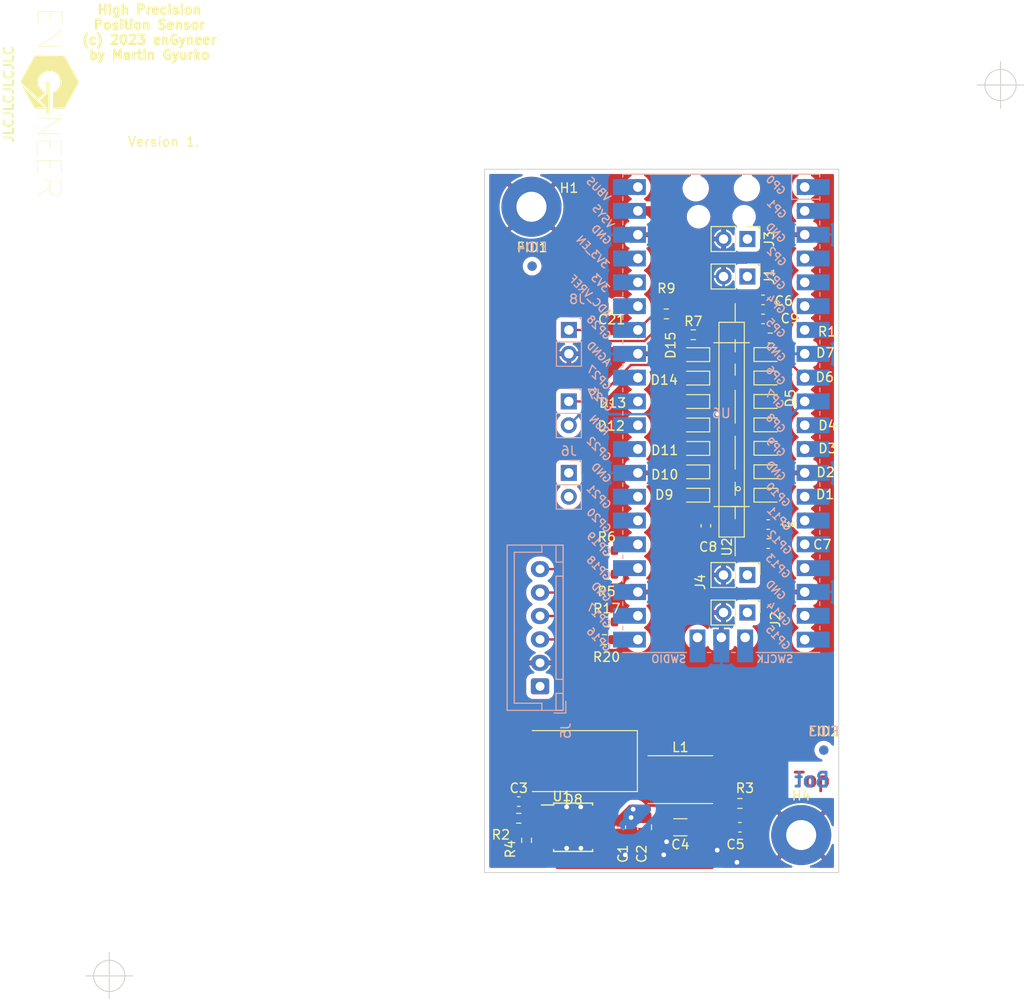
<source format=kicad_pcb>
(kicad_pcb (version 20211014) (generator pcbnew)
  (title_block (title "High Precision Position Sensor") (date "2023-02-25") (rev "1") (company "enGyneer") (comment 2 "www.gyurma.de") (comment 3 "www.enGyneer.de"))
  (layers (0 "F.Cu" signal) (31 "B.Cu" signal) (34 "B.Paste" user) (35 "F.Paste" user) (36 "B.SilkS" user "B.Silkscreen") (37 "F.SilkS" user "F.Silkscreen") (38 "B.Mask" user) (39 "F.Mask" user) (44 "Edge.Cuts" user))
  (net 0 "")
  (net 1 "+24V")
  (net 2 "GND")
  (net 3 "+3.3V")
  (net 4 "Net-(C8-Pad1)")
  (net 5 "Net-(C21-Pad1)")
  (net 6 "Net-(D1-Pad1)")
  (net 7 "Net-(D2-Pad1)")
  (net 8 "Net-(D3-Pad1)")
  (net 9 "Net-(D4-Pad1)")
  (net 10 "Net-(D5-Pad1)")
  (net 11 "Net-(D6-Pad1)")
  (net 12 "Net-(D7-Pad1)")
  (net 13 "PGood")
  (net 14 "/CLk")
  (net 15 "/ST")
  (net 16 "/Video")
  (net 19 "/EOS")
  (net 22 "/Trig")
  (net 41 "Net-(D10-Pad2)")
  (net 42 "Net-(D10-Pad1)")
  (net 43 "Net-(D11-Pad1)")
  (net 44 "Net-(D12-Pad1)")
  (net 45 "Net-(D13-Pad1)")
  (net 46 "Net-(D14-Pad1)")
  (net 47 "Net-(D15-Pad1)")
  (net 48 "SCkl")
  (net 49 "SCS")
  (net 50 "Mosi")
  (net 55 "Miso")
  (net 56 "/Boot")
  (net 57 "/Switch")
  (net 58 "/FB")
  (net 59 "/Video1")
  (net 64 "Net-(J5-Pad3)")
  (net 65 "Net-(J5-Pad4)")
  (net 66 "Net-(J5-Pad5)")
  (net 67 "Net-(J5-Pad6)")
  (footprint "Resistor_SMD:R_0603_1608Metric" (layer "F.Cu") (at 88.646 123.19)
    (fp_text reference "R2")
    (fp_text value "47k")
  )
  (footprint "Resistor_SMD:R_0603_1608Metric" (layer "F.Cu") (at 112.22 121.610864 180)
    (fp_text reference "R3")
    (fp_text value "4.7k")
  )
  (footprint "LED_SMD:LED_0603_1608Metric_Pad1.05x0.95mm_HandSolder" (layer "F.Cu") (at 115.3782 86.24)
    (fp_text reference "D2")
    (fp_text value "LED")
  )
  (footprint "MountingHole:MountingHole_3.2mm_M3_Pad" (layer "F.Cu") (at 118.75 124.980864)
    (fp_text reference "H4")
    (fp_text value "MountingHole_Pad")
  )
  (footprint "Resistor_SMD:R_0603_1608Metric" (layer "F.Cu") (at 89.48 125.545864 -90)
    (fp_text reference "R4")
    (fp_text value "2.7k")
  )
  (footprint "LED_SMD:LED_0603_1608Metric_Pad1.05x0.95mm_HandSolder" (layer "F.Cu") (at 115.3782 81.24)
    (fp_text reference "D4")
    (fp_text value "LED")
  )
  (footprint "Resistor_SMD:R_0603_1608Metric" (layer "F.Cu") (at 104.3792 69.405 180)
    (fp_text reference "R9")
    (fp_text value "100")
  )
  (footprint "LED_SMD:LED_0603_1608Metric_Pad1.05x0.95mm_HandSolder" (layer "F.Cu") (at 107.3352 73.752 180)
    (fp_text reference "D15")
    (fp_text value "LED")
  )
  (footprint "Connector_PinHeader_2.54mm:PinHeader_1x02_P2.54mm_Vertical" (layer "F.Cu") (at 113.0102 97.252 -90)
    (fp_text reference "J4")
    (fp_text value "Conn_01x02_Male")
  )
  (footprint "Capacitor_SMD:C_0603_1608Metric" (layer "F.Cu") (at 98.552 68.58 180)
    (fp_text reference "C21")
    (fp_text value "100n")
  )
  (footprint "Logos:enGyneer-Logo" (layer "F.Cu") (at 38.608 46.99 -90)
    (fp_text reference "G1" hide)
    (fp_text value "LOGO" hide)
  )
  (footprint "Capacitor_SMD:C_0603_1608Metric" (layer "F.Cu") (at 114.6882 67.91)
    (fp_text reference "C6")
    (fp_text value "22u")
  )
  (footprint "Capacitor_SMD:C_0805_2012Metric_Pad1.18x1.45mm_HandSolder" (layer "F.Cu") (at 102.06 124.150864 -90)
    (fp_text reference "C2")
    (fp_text value "10u")
  )
  (footprint "Fiducial:Fiducial_1mm_Mask2mm" (layer "F.Cu") (at 121.158 115.9256)
    (fp_text reference "FID2")
    (fp_text value "Fiducial")
  )
  (footprint "Connector_PinHeader_2.54mm:PinHeader_1x02_P2.54mm_Vertical" (layer "F.Cu") (at 113.0152 61.422 -90)
    (fp_text reference "J3")
    (fp_text value "Conn_01x02_Male")
  )
  (footprint "LED_SMD:LED_0603_1608Metric_Pad1.05x0.95mm_HandSolder" (layer "F.Cu") (at 115.3782 76.24)
    (fp_text reference "D6")
    (fp_text value "LED")
  )
  (footprint "Resistor_SMD:R_0603_1608Metric" (layer "F.Cu") (at 98.0292 94.632)
    (fp_text reference "R6")
    (fp_text value "82")
  )
  (footprint "Resistor_SMD:R_0603_1608Metric" (layer "F.Cu") (at 97.79 104.14)
    (fp_text reference "R20")
    (fp_text value "82")
  )
  (footprint "Capacitor_SMD:C_0603_1608Metric" (layer "F.Cu") (at 108.5852 92.002 -90)
    (fp_text reference "C8")
    (fp_text value "1u")
  )
  (footprint "LED_SMD:LED_0603_1608Metric_Pad1.05x0.95mm_HandSolder" (layer "F.Cu") (at 107.3352 83.752 180)
    (fp_text reference "D11")
    (fp_text value "LED")
  )
  (footprint "LED_SMD:LED_0603_1608Metric_Pad1.05x0.95mm_HandSolder" (layer "F.Cu") (at 115.3782 73.74)
    (fp_text reference "D7")
    (fp_text value "LED")
  )
  (footprint "MountingHole:MountingHole_3.2mm_M3_Pad" (layer "F.Cu") (at 90 57.980864)
    (fp_text reference "H1")
    (fp_text value "MountingHole_Pad")
  )
  (footprint "LED_SMD:LED_0603_1608Metric_Pad1.05x0.95mm_HandSolder" (layer "F.Cu") (at 107.3352 76.252 180)
    (fp_text reference "D14")
    (fp_text value "LED")
  )
  (footprint "LED_SMD:LED_0603_1608Metric_Pad1.05x0.95mm_HandSolder" (layer "F.Cu") (at 107.3352 81.252 180)
    (fp_text reference "D12")
    (fp_text value "LED")
  )
  (footprint "Capacitor_SMD:C_0603_1608Metric" (layer "F.Cu") (at 115.2372 91.868)
    (fp_text reference "C10")
    (fp_text value "100n")
  )
  (footprint "Resistor_SMD:R_0603_1608Metric" (layer "F.Cu") (at 98.0292 97.172)
    (fp_text reference "R5")
    (fp_text value "82")
  )
  (footprint "Capacitor_SMD:C_0603_1608Metric" (layer "F.Cu") (at 99.52 124.150864 -90)
    (fp_text reference "C1")
    (fp_text value "100n")
  )
  (footprint "Capacitor_SMD:C_0603_1608Metric" (layer "F.Cu") (at 115.2372 93.9)
    (fp_text reference "C7")
    (fp_text value "22u")
  )
  (footprint "Package_SO:TI_SO-PowerPAD-8" (layer "F.Cu") (at 94.44 124.150864)
    (fp_text reference "U1")
    (fp_text value "ST1S14PHR")
  )
  (footprint "Capacitor_SMD:C_0603_1608Metric" (layer "F.Cu") (at 88.646 121.412)
    (fp_text reference "C3")
    (fp_text value "100n")
  )
  (footprint "Capacitor_SMD:C_0603_1608Metric" (layer "F.Cu") (at 112.22 124.150864)
    (fp_text reference "C5")
    (fp_text value "150p")
  )
  (footprint "Capacitor_SMD:C_1206_3216Metric_Pad1.33x1.80mm_HandSolder" (layer "F.Cu") (at 105.87 124.150864 180)
    (fp_text reference "C4")
    (fp_text value "100u")
  )
  (footprint "Capacitor_SMD:C_0603_1608Metric" (layer "F.Cu") (at 114.6882 69.942)
    (fp_text reference "C9")
    (fp_text value "100n")
  )
  (footprint "SensorLibrary:s12443" (layer "F.Cu") (at 111.3352 81.752 90)
    (fp_text reference "U2")
    (fp_text value "S12443")
  )
  (footprint "LED_SMD:LED_0603_1608Metric_Pad1.05x0.95mm_HandSolder" (layer "F.Cu") (at 107.3352 78.752 180)
    (fp_text reference "D13")
    (fp_text value "LED")
  )
  (footprint "Inductor_SMD:L_Taiyo-Yuden_NR-50xx_HandSoldering" (layer "F.Cu") (at 105.87 119.070864)
    (fp_text reference "L1")
    (fp_text value "10u")
  )
  (footprint "Resistor_SMD:R_0603_1608Metric" (layer "F.Cu") (at 98.0292 102.252)
    (fp_text reference "R17")
    (fp_text value "82")
  )
  (footprint "Resistor_SMD:R_0603_1608Metric" (layer "F.Cu") (at 107.2552 71.628)
    (fp_text reference "R7")
    (fp_text value "100")
  )
  (footprint "Connector_PinHeader_2.54mm:PinHeader_1x02_P2.54mm_Vertical" (layer "F.Cu") (at 113.0152 65.422 -90)
    (fp_text reference "J1")
    (fp_text value "Conn_01x02_Male")
  )
  (footprint "LED_SMD:LED_0603_1608Metric_Pad1.05x0.95mm_HandSolder" (layer "F.Cu") (at 107.3352 88.74 180)
    (fp_text reference "D9")
    (fp_text value "LED")
  )
  (footprint "LED_SMD:LED_0603_1608Metric_Pad1.05x0.95mm_HandSolder" (layer "F.Cu") (at 115.3782 88.74)
    (fp_text reference "D1")
    (fp_text value "LED")
  )
  (footprint "Diode_SMD:D_SMC_Handsoldering" (layer "F.Cu") (at 94.488 117.094 180)
    (fp_text reference "D8")
    (fp_text value "SS36")
  )
  (footprint "Resistor_SMD:R_0603_1608Metric" (layer "F.Cu") (at 115.4632 71.974 180)
    (fp_text reference "R1")
    (fp_text value "100")
  )
  (footprint "Connector_PinHeader_2.54mm:PinHeader_1x02_P2.54mm_Vertical" (layer "F.Cu") (at 113.0102 101.252 -90)
    (fp_text reference "J2")
    (fp_text value "Conn_01x02_Male")
  )
  (footprint "LED_SMD:LED_0603_1608Metric_Pad1.05x0.95mm_HandSolder" (layer "F.Cu") (at 115.3782 83.74)
    (fp_text reference "D3")
    (fp_text value "LED")
  )
  (footprint "LED_SMD:LED_0603_1608Metric_Pad1.05x0.95mm_HandSolder" (layer "F.Cu") (at 107.3352 86.252 180)
    (fp_text reference "D10")
    (fp_text value "LED")
  )
  (footprint "Fiducial:Fiducial_1mm_Mask2mm" (layer "F.Cu") (at 90.0684 64.3128)
    (fp_text reference "FID1")
    (fp_text value "Fiducial")
  )
  (footprint "LED_SMD:LED_0603_1608Metric_Pad1.05x0.95mm_HandSolder" (layer "F.Cu") (at 115.3782 78.74)
    (fp_text reference "D5")
    (fp_text value "LED")
  )
  (footprint "Connector_JST:JST_XH_B6B-XH-A_1x06_P2.50mm_Vertical" (layer "B.Cu") (at 90.915 109.12 90)
    (fp_text reference "J5")
    (fp_text value "Conn_01x06_Male")
  )
  (footprint "Connector_PinHeader_2.54mm:PinHeader_1x02_P2.54mm_Vertical" (layer "B.Cu") (at 93.99 71.12 180)
    (fp_text reference "J8")
    (fp_text value "Conn_01x02_Male")
  )
  (footprint "Fiducial:Fiducial_1mm_Mask2mm" (layer "B.Cu") (at 90.0684 64.3128 180)
    (fp_text reference "FID4")
    (fp_text value "Fiducial")
  )
  (footprint "Fiducial:Fiducial_1mm_Mask2mm" (layer "B.Cu") (at 121.158 115.9256 180)
    (fp_text reference "FID3")
    (fp_text value "Fiducial")
  )
  (footprint "Pico:RPi_Pico_SMD_TH" (layer "B.Cu") (at 110.236 80.01 180)
    (fp_text reference "U6")
    (fp_text value "Pico")
  )
  (footprint "Connector_PinHeader_2.54mm:PinHeader_1x02_P2.54mm_Vertical" (layer "B.Cu") (at 93.98 86.36 180)
    (fp_text reference "J6")
    (fp_text value "Conn_01x02_Male")
  )
  (footprint "Connector_PinHeader_2.54mm:PinHeader_1x02_P2.54mm_Vertical" (layer "B.Cu") (at 93.98 78.74 180)
    (fp_text reference "J7")
    (fp_text value "Conn_01x02_Male")
  )
  (gr_rect (start 85 53.980864) (end 122.75 128.980864) (layer "Edge.Cuts") (width 0.1) (fill none))
  (gr_text "Top" (at 119.9 119.090864) (layer "F.Cu") (effects (font (size 1.5 1.5) (thickness 0.3))))
  (gr_text "Bot" (at 119.9 119.090864) (layer "B.Cu") (effects (font (size 1.5 1.5) (thickness 0.3)) (justify mirror)))
  (gr_text "JLCJLCJLCJLC" (at 34.29 45.974 90) (layer "F.SilkS") (effects (font (size 1 1) (thickness 0.2))))
  (gr_text "Version 1." (at 50.8 51.054) (layer "F.SilkS") (effects (font (size 1 1))))
  (gr_text "High Precision\nPosition Sensor\n(c) 2023 enGyneer\nby Martin Gyurko\n" (at 49.276 39.37) (layer "F.SilkS") (effects (font (size 1 1) (thickness 0.25))))
  (target plus (at 45 140) (size 5) (width 0.1) (layer "Edge.Cuts"))
  (target plus (at 140 45) (size 5) (width 0.1) (layer "Edge.Cuts"))
  (segment (start 112.8352 88.252) (end 110.0852 88.252) (width 1) (layer "F.Cu") (net 1))
  (segment (start 97.29 123.585864) (end 97.22 123.515864) (width 1) (layer "F.Cu") (net 1))
  (segment (start 96.605 123.515864) (end 97.22 123.515864) (width 0.2) (layer "F.Cu") (net 1))
  (segment (start 100.838 122.2248) (end 100.671064 122.2248) (width 1) (layer "F.Cu") (net 1))
  (segment (start 113.0197 89.1865) (end 113.0197 88.5675) (width 1) (layer "F.Cu") (net 1))
  (segment (start 113.3352 90.002) (end 113.0202 89.687) (width 1) (layer "F.Cu") (net 1))
  (segment (start 100.671064 122.2248) (end 99.52 123.375864) (width 1) (layer "F.Cu") (net 1))
  (segment (start 116.2532 88.74) (end 116.2532 88.840825) (width 1) (layer "F.Cu") (net 1))
  (segment (start 116.2532 88.840825) (end 115.092025 90.002) (width 1) (layer "F.Cu") (net 1))
  (segment (start 109.5852 88.752) (end 109.5852 89.502) (width 1) (layer "F.Cu") (net 1))
  (segment (start 99.7825 123.113364) (end 99.52 123.375864) (width 1) (layer "F.Cu") (net 1))
  (segment (start 113.0197 88.5675) (end 113.0852 88.502) (width 1) (layer "F.Cu") (net 1))
  (segment (start 101.171436 122.2248) (end 102.06 123.113364) (width 1) (layer "F.Cu") (net 1))
  (segment (start 113.0852 88.502) (end 112.8352 88.252) (width 1) (layer "F.Cu") (net 1))
  (segment (start 99.52 123.375864) (end 99.31 123.585864) (width 1) (layer "F.Cu") (net 1))
  (segment (start 99.31 123.585864) (end 97.29 123.585864) (width 1) (layer "F.Cu") (net 1))
  (segment (start 113.0202 89.687) (end 113.0202 89.187) (width 1) (layer "F.Cu") (net 1))
  (segment (start 102.06 123.113364) (end 100.6175 123.113364) (width 1) (layer "F.Cu") (net 1))
  (segment (start 107.3352 90.002) (end 106.4602 89.127) (width 1) (layer "F.Cu") (net 1))
  (segment (start 115.092025 90.002) (end 113.3352 90.002) (width 1) (layer "F.Cu") (net 1))
  (segment (start 95.945 125.430864) (end 95.945 124.175864) (width 0.2) (layer "F.Cu") (net 1))
  (segment (start 97.22 126.055864) (end 96.57 126.055864) (width 0.2) (layer "F.Cu") (net 1))
  (segment (start 100.838 122.2248) (end 101.171436 122.2248) (width 1) (layer "F.Cu") (net 1))
  (segment (start 110.0852 88.252) (end 109.5852 88.752) (width 1) (layer "F.Cu") (net 1))
  (segment (start 113.0202 89.187) (end 113.0197 89.1865) (width 1) (layer "F.Cu") (net 1))
  (segment (start 100.6175 123.113364) (end 99.7825 123.113364) (width 1) (layer "F.Cu") (net 1))
  (segment (start 95.945 124.175864) (end 96.605 123.515864) (width 0.2) (layer "F.Cu") (net 1))
  (segment (start 96.57 126.055864) (end 95.945 125.430864) (width 0.2) (layer "F.Cu") (net 1))
  (segment (start 109.0852 90.002) (end 107.3352 90.002) (width 1) (layer "F.Cu") (net 1))
  (segment (start 106.4602 89.127) (end 106.4602 88.74) (width 1) (layer "F.Cu") (net 1))
  (segment (start 109.5852 89.502) (end 109.0852 90.002) (width 1) (layer "F.Cu") (net 1))
  (via (at 100.6175 123.113364) (size 1) (drill 0.5) (layers "F.Cu" "B.Cu") (net 1))
  (via (at 100.838 122.2248) (size 1) (drill 0.5) (layers "F.Cu" "B.Cu") (net 1))
  (segment (start 100.838 122.2248) (end 102.231064 122.2248) (width 1) (layer "B.Cu") (net 1))
  (segment (start 101.3425 123.113364) (end 100.6175 123.113364) (width 1) (layer "B.Cu") (net 1))
  (segment (start 100.6175 123.113364) (end 100.6175 122.4453) (width 1) (layer "B.Cu") (net 1))
  (segment (start 102.245732 122.210132) (end 101.3425 123.113364) (width 1) (layer "B.Cu") (net 1))
  (segment (start 100.283032 122.779768) (end 100.283032 123.447832) (width 1) (layer "B.Cu") (net 1))
  (segment (start 101.3425 123.113364) (end 101.3425 123.1935) (width 1) (layer "B.Cu") (net 1))
  (segment (start 100.283032 123.447832) (end 100.6175 123.113364) (width 1) (layer "B.Cu") (net 1))
  (segment (start 102.231064 122.2248) (end 102.245732 122.210132) (width 1) (layer "B.Cu") (net 1))
  (segment (start 100.838 122.2248) (end 100.283032 122.779768) (width 1) (layer "B.Cu") (net 1))
  (segment (start 100.6175 122.4453) (end 100.838 122.2248) (width 1) (layer "B.Cu") (net 1))
  (segment (start 100.656368 123.879632) (end 99.851232 123.879632) (width 1) (layer "B.Cu") (net 1))
  (segment (start 99.851232 123.879632) (end 100.283032 123.447832) (width 1) (layer "B.Cu") (net 1))
  (segment (start 101.3425 123.1935) (end 100.656368 123.879632) (width 1) (layer "B.Cu") (net 1))
  (segment (start 95.25 123.168364) (end 95.0425 123.375864) (width 1) (layer "F.Cu") (net 2))
  (segment (start 94.9025 124.785864) (end 95.0425 124.925864) (width 1) (layer "F.Cu") (net 2))
  (segment (start 91.66 124.785864) (end 89.545 124.785864) (width 1) (layer "F.Cu") (net 2))
  (segment (start 89.545 124.785864) (end 89.48 124.720864) (width 1) (layer "F.Cu") (net 2))
  (segment (start 91.66 124.785864) (end 94.9025 124.785864) (width 1) (layer "F.Cu") (net 2))
  (segment (start 99.38 124.785864) (end 99.52 124.925864) (width 1) (layer "F.Cu") (net 2))
  (segment (start 93.8375 123.375864) (end 93.8375 122.068364) (width 1) (layer "F.Cu") (net 2))
  (segment (start 93.8375 124.925864) (end 93.8375 126.293864) (width 1) (layer "F.Cu") (net 2))
  (segment (start 103.27 125.188364) (end 104.3075 124.150864) (width 1) (layer "F.Cu") (net 2))
  (segment (start 95.25 121.980864) (end 95.25 123.168364) (width 1) (layer "F.Cu") (net 2))
  (segment (start 102.06 125.188364) (end 103.27 125.188364) (width 1) (layer "F.Cu") (net 2))
  (segment (start 93.8375 126.293864) (end 93.75 126.381364) (width 1) (layer "F.Cu") (net 2))
  (segment (start 95.0425 124.925864) (end 95.0425 126.156685) (width 1) (layer "F.Cu") (net 2))
  (segment (start 95.0425 126.156685) (end 95.267179 126.381364) (width 1) (layer "F.Cu") (net 2))
  (segment (start 93.8375 122.068364) (end 93.75 121.980864) (width 1) (layer "F.Cu") (net 2))
  (segment (start 97.22 124.785864) (end 99.38 124.785864) (width 1) (layer "F.Cu") (net 2))
  (segment (start 101.7975 124.925864) (end 102.06 125.188364) (width 1) (layer "F.Cu") (net 2))
  (segment (start 99.52 124.925864) (end 101.7975 124.925864) (width 1) (layer "F.Cu") (net 2))
  (via (at 104.4 125.690864) (size 1) (drill 0.5) (layers "F.Cu" "B.Cu") (net 2))
  (via (at 111.9 127.890864) (size 1) (drill 0.5) (layers "F.Cu" "B.Cu") (net 2))
  (via (at 95.25 121.980864) (size 1) (drill 0.5) (layers "F.Cu" "B.Cu") (net 2))
  (via (at 93.75 126.381364) (size 1) (drill 0.5) (layers "F.Cu" "B.Cu") (net 2))
  (via (at 93.75 121.980864) (size 1) (drill 0.5) (layers "F.Cu" "B.Cu") (net 2))
  (via (at 109.8 126.590864) (size 1) (drill 0.5) (layers "F.Cu" "B.Cu") (net 2))
  (via (at 95.267179 126.381364) (size 1) (drill 0.5) (layers "F.Cu" "B.Cu") (net 2))
  (via (at 100 127.090864) (size 1) (drill 0.5) (layers "F.Cu" "B.Cu") (net 2))
  (via (at 104.1 127.090864) (size 1) (drill 0.5) (layers "F.Cu" "B.Cu") (net 2))
  (segment (start 108.12 119.070864) (end 108.855 119.070864) (width 1) (layer "F.Cu") (net 3))
  (segment (start 111.395 121.610864) (end 111.395 124.100864) (width 1) (layer "F.Cu") (net 3))
  (segment (start 108.9252 66.064032) (end 110.771168 67.91) (width 1) (layer "F.Cu") (net 3))
  (segment (start 110.771168 67.91) (end 113.9132 67.91) (width 1) (layer "F.Cu") (net 3))
  (segment (start 108.855 119.070864) (end 111.395 121.610864) (width 1) (layer "F.Cu") (net 3))
  (segment (start 113.9132 69.942) (end 113.6202 69.942) (width 1) (layer "F.Cu") (net 3))
  (segment (start 111.395 124.100864) (end 111.445 124.150864) (width 1) (layer "F.Cu") (net 3))
  (segment (start 112.3102 92.252) (end 114.0782 92.252) (width 1) (layer "F.Cu") (net 3))
  (segment (start 114.0782 92.252) (end 114.4622 91.868) (width 1) (layer "F.Cu") (net 3))
  (segment (start 102.548081 58.42) (end 108.9252 64.797119) (width 1) (layer "F.Cu") (net 3))
  (segment (start 111.445 124.150864) (end 107.4325 124.150864) (width 1) (layer "F.Cu") (net 3))
  (segment (start 113.9132 67.91) (end 113.9132 69.942) (width 1) (layer "F.Cu") (net 3))
  (segment (start 114.4622 93.9) (end 114.4622 91.868) (width 1) (layer "F.Cu") (net 3))
  (segment (start 101.346 58.42) (end 102.548081 58.42) (width 1) (layer "F.Cu") (net 3))
  (segment (start 113.6202 69.942) (end 111.9702 71.592) (width 1) (layer "F.Cu") (net 3))
  (segment (start 108.9252 64.797119) (end 108.9252 66.064032) (width 1) (layer "F.Cu") (net 3))
  (segment (start 111.9702 91.912) (end 112.3102 92.252) (width 1) (layer "F.Cu") (net 3))
  (segment (start 110.7002 89.866974) (end 109.340174 91.227) (width 0.2) (layer "F.Cu") (net 4))
  (segment (start 109.340174 91.227) (end 108.5852 91.227) (width 0.2) (layer "F.Cu") (net 4))
  (segment (start 110.7002 89.372) (end 110.7002 89.866974) (width 0.2) (layer "F.Cu") (net 4))
  (segment (start 116.2532 86.834) (end 116.2532 86.24) (width 1) (layer "F.Cu") (net 6))
  (segment (start 114.5032 88.74) (end 114.5032 88.584) (width 1) (layer "F.Cu") (net 6))
  (segment (start 114.5032 88.584) (end 116.2532 86.834) (width 1) (layer "F.Cu") (net 6))
  (segment (start 114.5032 86.24) (end 114.5032 85.590825) (width 1) (layer "F.Cu") (net 7))
  (segment (start 114.5032 85.590825) (end 116.2532 83.840825) (width 1) (layer "F.Cu") (net 7))
  (segment (start 116.2532 83.840825) (end 116.2532 83.74) (width 1) (layer "F.Cu") (net 7))
  (segment (start 114.5032 83.74) (end 114.5032 83.090825) (width 1) (layer "F.Cu") (net 8))
  (segment (start 116.2532 81.340825) (end 116.2532 81.24) (width 1) (layer "F.Cu") (net 8))
  (segment (start 114.5032 83.090825) (end 116.2532 81.340825) (width 1) (layer "F.Cu") (net 8))
  (segment (start 116.2532 78.840825) (end 116.2532 78.74) (width 1) (layer "F.Cu") (net 9))
  (segment (start 114.5032 81.24) (end 114.5032 80.590825) (width 1) (layer "F.Cu") (net 9))
  (segment (start 114.5032 80.590825) (end 116.2532 78.840825) (width 1) (layer "F.Cu") (net 9))
  (segment (start 114.5032 78.74) (end 114.5032 78.090825) (width 1) (layer "F.Cu") (net 10))
  (segment (start 114.5032 78.090825) (end 116.2532 76.340825) (width 1) (layer "F.Cu") (net 10))
  (segment (start 116.2532 76.340825) (end 116.2532 76.24) (width 1) (layer "F.Cu") (net 10))
  (segment (start 114.5032 76.24) (end 114.5032 76.084) (width 1) (layer "F.Cu") (net 11))
  (segment (start 114.5032 76.084) (end 116.2532 74.334) (width 1) (layer "F.Cu") (net 11))
  (segment (start 116.2532 74.334) (end 116.2532 73.74) (width 1) (layer "F.Cu") (net 11))
  (segment (start 114.6382 71.974) (end 114.6382 73.605) (width 1) (layer "F.Cu") (net 12))
  (segment (start 114.6382 73.605) (end 114.5032 73.74) (width 1) (layer "F.Cu") (net 12))
  (segment (start 103.5542 69.405) (end 103.061 69.405) (width 0.25) (layer "F.Cu") (net 16))
  (segment (start 103.061 69.405) (end 101.346 71.12) (width 0.25) (layer "F.Cu") (net 16))
  (segment (start 100.6 74.85) (end 102.715729 74.85) (width 0.25) (layer "F.Cu") (net 19))
  (segment (start 116.6 71.05) (end 117.7 72.15) (width 0.25) (layer "F.Cu") (net 19))
  (segment (start 93.98 78.74) (end 96.71 78.74) (width 0.25) (layer "F.Cu") (net 19))
  (segment (start 109.95 73.3818) (end 110.7002 74.132) (width 0.25) (layer "F.Cu") (net 19))
  (segment (start 105.05 70.35) (end 108.1 70.35) (width 0.25) (layer "F.Cu") (net 19))
  (segment (start 108.1 70.35) (end 109.95 72.2) (width 0.25) (layer "F.Cu") (net 19))
  (segment (start 110.7002 74.132) (end 111.308398 73.523802) (width 0.25) (layer "F.Cu") (net 19))
  (segment (start 104.3 73.265729) (end 104.3 71.1) (width 0.25) (layer "F.Cu") (net 19))
  (segment (start 96.71 78.74) (end 100.6 74.85) (width 0.25) (layer "F.Cu") (net 19))
  (segment (start 111.308398 73.523802) (end 111.626198 73.523802) (width 0.25) (layer "F.Cu") (net 19))
  (segment (start 111.626198 73.523802) (end 114.1 71.05) (width 0.25) (layer "F.Cu") (net 19))
  (segment (start 102.715729 74.85) (end 104.3 73.265729) (width 0.25) (layer "F.Cu") (net 19))
  (segment (start 114.1 71.05) (end 116.6 71.05) (width 0.25) (layer "F.Cu") (net 19))
  (segment (start 104.3 71.1) (end 105.05 70.35) (width 0.25) (layer "F.Cu") (net 19))
  (segment (start 109.95 72.2) (end 109.95 73.3818) (width 0.25) (layer "F.Cu") (net 19))
  (segment (start 117.976 75.05) (end 119.126 76.2) (width 0.25) (layer "F.Cu") (net 19))
  (segment (start 117.7 75.05) (end 117.976 75.05) (width 0.25) (layer "F.Cu") (net 19))
  (segment (start 117.7 72.15) (end 117.7 75.05) (width 0.25) (layer "F.Cu") (net 19))
  (segment (start 109.795 83.795) (end 109.795 80.105) (width 0.25) (layer "F.Cu") (net 22))
  (segment (start 110.7002 86.832) (end 110.7002 84.7002) (width 0.25) (layer "F.Cu") (net 22))
  (segment (start 110.7002 84.7002) (end 109.795 83.795) (width 0.25) (layer "F.Cu") (net 22))
  (via (at 109.795 80.105) (size 0.8) (drill 0.4) (layers "F.Cu" "B.Cu") (net 22))
  (segment (start 95.155 80.105) (end 93.98 81.28) (width 0.25) (layer "B.Cu") (net 22))
  (segment (start 109.795 80.105) (end 95.155 80.105) (width 0.25) (layer "B.Cu") (net 22))
  (segment (start 117.761 80.105) (end 109.795 80.105) (width 0.25) (layer "B.Cu") (net 22))
  (segment (start 119.126 78.74) (end 117.761 80.105) (width 0.25) (layer "B.Cu") (net 22))
  (segment (start 108.2102 88.74) (end 108.2102 88.102825) (width 1) (layer "F.Cu") (net 41))
  (segment (start 106.4602 86.352825) (end 106.4602 86.252) (width 1) (layer "F.Cu") (net 41))
  (segment (start 108.2102 88.102825) (end 106.4602 86.352825) (width 1) (layer "F.Cu") (net 41))
  (segment (start 108.2102 85.602825) (end 106.4602 83.852825) (width 1) (layer "F.Cu") (net 42))
  (segment (start 108.2102 86.252) (end 108.2102 85.602825) (width 1) (layer "F.Cu") (net 42))
  (segment (start 106.4602 83.852825) (end 106.4602 83.752) (width 1) (layer "F.Cu") (net 42))
  (segment (start 106.4602 81.352825) (end 106.4602 81.252) (width 1) (layer "F.Cu") (net 43))
  (segment (start 108.2102 83.752) (end 108.2102 83.102825) (width 1) (layer "F.Cu") (net 43))
  (segment (start 108.2102 83.102825) (end 106.4602 81.352825) (width 1) (layer "F.Cu") (net 43))
  (segment (start 106.4602 78.852825) (end 106.4602 78.752) (width 1) (layer "F.Cu") (net 44))
  (segment (start 108.2102 80.602825) (end 106.4602 78.852825) (width 1) (layer "F.Cu") (net 44))
  (segment (start 108.2102 81.252) (end 108.2102 80.602825) (width 1) (layer "F.Cu") (net 44))
  (segment (start 106.4602 76.352825) (end 106.4602 76.252) (width 1) (layer "F.Cu") (net 45))
  (segment (start 108.2102 78.752) (end 108.2102 78.102825) (width 1) (layer "F.Cu") (net 45))
  (segment (start 108.2102 78.102825) (end 106.4602 76.352825) (width 1) (layer "F.Cu") (net 45))
  (segment (start 108.2102 76.252) (end 108.2102 75.602825) (width 1) (layer "F.Cu") (net 46))
  (segment (start 108.2102 75.602825) (end 106.4602 73.852825) (width 1) (layer "F.Cu") (net 46))
  (segment (start 106.4602 73.852825) (end 106.4602 73.752) (width 1) (layer "F.Cu") (net 46))
  (segment (start 108.0802 73.622) (end 108.2102 73.752) (width 1) (layer "F.Cu") (net 47))
  (segment (start 108.0802 71.628) (end 108.0802 73.622) (width 1) (layer "F.Cu") (net 47))
  (segment (start 98.8542 97.172) (end 99.5062 96.52) (width 0.25) (layer "F.Cu") (net 48))
  (segment (start 99.5062 96.52) (end 101.346 96.52) (width 0.25) (layer "F.Cu") (net 48))
  (segment (start 98.8542 102.252) (end 99.5062 101.6) (width 0.25) (layer "F.Cu") (net 49))
  (segment (start 99.5062 101.6) (end 101.346 101.6) (width 0.25) (layer "F.Cu") (net 49))
  (segment (start 98.8542 94.632) (end 100.694 94.632) (width 0.25) (layer "F.Cu") (net 50))
  (segment (start 100.694 94.632) (end 101.346 93.98) (width 0.25) (layer "F.Cu") (net 50))
  (segment (start 98.615 104.14) (end 101.346 104.14) (width 0.25) (layer "F.Cu") (net 55))
  (segment (start 97.22 122.245864) (end 97.22 120.010864) (width 1) (layer "F.Cu") (net 57))
  (segment (start 97.22 120.010864) (end 98.25 118.980864) (width 1) (layer "F.Cu") (net 57))
  (segment (start 103.53 118.980864) (end 103.62 119.070864) (width 1) (layer "F.Cu") (net 57))
  (segment (start 98.16 119.070864) (end 98.25 118.980864) (width 1) (layer "F.Cu") (net 57))
  (segment (start 98.25 118.980864) (end 103.53 118.980864) (width 1) (layer "F.Cu") (net 57))
  (segment (start 112.995 124.150864) (end 112.25 124.895864) (width 0.25) (layer "F.Cu") (net 58))
  (segment (start 89.48 126.370864) (end 91.345 126.370864) (width 1) (layer "F.Cu") (net 58))
  (segment (start 91.66 127.390864) (end 91.66 126.055864) (width 0.25) (layer "F.Cu") (net 58))
  (segment (start 112.25 124.895864) (end 112.25 125.480864) (width 0.25) (layer "F.Cu") (net 58))
  (segment (start 112.25 125.480864) (end 109.25 128.480864) (width 0.25) (layer "F.Cu") (net 58))
  (segment (start 91.345 126.370864) (end 91.66 126.055864) (width 1) (layer "F.Cu") (net 58))
  (segment (start 92.75 128.480864) (end 91.66 127.390864) (width 0.25) (layer "F.Cu") (net 58))
  (segment (start 113.045 121.610864) (end 112.995 121.660864) (width 0.25) (layer "F.Cu") (net 58))
  (segment (start 109.25 128.480864) (end 92.75 128.480864) (width 0.25) (layer "F.Cu") (net 58))
  (segment (start 112.995 121.660864) (end 112.995 124.150864) (width 0.25) (layer "F.Cu") (net 58))
  (segment (start 108.5132 69.405) (end 110.7002 71.592) (width 0.25) (layer "F.Cu") (net 59))
  (segment (start 104.5592 70.05) (end 104.3 70.05) (width 0.25) (layer "F.Cu") (net 59))
  (segment (start 105.2042 69.405) (end 108.5132 69.405) (width 0.25) (layer "F.Cu") (net 59))
  (segment (start 97.695 72.295) (end 96.52 71.12) (width 0.25) (layer "F.Cu") (net 59))
  (segment (start 102.055 72.295) (end 97.695 72.295) (width 0.25) (layer "F.Cu") (net 59))
  (segment (start 104.3 70.05) (end 102.055 72.295) (width 0.25) (layer "F.Cu") (net 59))
  (segment (start 96.52 71.12) (end 93.99 71.12) (width 0.25) (layer "F.Cu") (net 59))
  (segment (start 105.2042 69.405) (end 104.5592 70.05) (width 0.25) (layer "F.Cu") (net 59))
  (segment (start 96.945 104.12) (end 90.915 104.12) (width 0.25) (layer "F.Cu") (net 64))
  (segment (start 96.965 104.14) (end 96.945 104.12) (width 0.25) (layer "F.Cu") (net 64))
  (segment (start 97.2042 102.252) (end 96.5722 101.62) (width 0.25) (layer "F.Cu") (net 65))
  (segment (start 96.5722 101.62) (end 90.915 101.62) (width 0.25) (layer "F.Cu") (net 65))
  (segment (start 97.2042 97.172) (end 95.2562 99.12) (width 0.25) (layer "F.Cu") (net 66))
  (segment (start 95.2562 99.12) (end 90.915 99.12) (width 0.25) (layer "F.Cu") (net 66))
  (segment (start 97.2042 94.632) (end 95.2162 96.62) (width 0.25) (layer "F.Cu") (net 67))
  (segment (start 95.2162 96.62) (end 90.915 96.62) (width 0.25) (layer "F.Cu") (net 67))
  (zone (net 2) (net_name "GND") (layer "F.Cu") (connect_pads yes (clearance 0.508)) (min_thickness 0.254) (fill yes (thermal_gap 0.508) (thermal_bridge_width 0.508))
    (polygon (pts (xy 105.25 127.980864) (xy 93.25 127.980864) (xy 93.25 125.480864) (xy 96.25 125.480864) (xy 96.25 124.150864) (xy 103.25 123.980864) (xy 103.25 122.980864) (xy 105.25 122.980864)))
  )
  (zone (net 2) (net_name "GND") (layer "F.Cu") (connect_pads (clearance 0.508)) (min_thickness 0.254) (fill yes (thermal_gap 0.508) (thermal_bridge_width 0.508))
    (polygon (pts (xy 138 129.980864) (xy 74 129.980864) (xy 74 50.980864) (xy 138 50.980864)))
  )
  (zone (net 3) (net_name "+3.3V") (layer "F.Cu") (priority 1) (connect_pads yes (clearance 0.508)) (min_thickness 0.254) (fill yes (thermal_gap 0.508) (thermal_bridge_width 0.508))
    (polygon (pts (xy 112.25 125.480864) (xy 106.75 125.480864) (xy 106.75 115.980864) (xy 112.25 115.980864)))
  )
  (zone (net 57) (net_name "/Switch") (layer "F.Cu") (priority 1) (connect_pads yes (clearance 0.508)) (min_thickness 0.254) (fill yes (thermal_gap 0.508) (thermal_bridge_width 0.508))
    (polygon (pts (xy 105.25 121.980864) (xy 98.75 121.980864) (xy 97.75 122.480864) (xy 96.25 122.480864) (xy 96.25 120.980864) (xy 95.75 119.980864) (xy 95.75 115.980864) (xy 105.25 115.980864)))
  )
  (zone (net 2) (net_name "GND") (layer "B.Cu") (connect_pads (clearance 0.508)) (min_thickness 0.254) (fill yes (thermal_gap 0.2) (thermal_bridge_width 0.3))
    (polygon (pts (xy 137 128.980864) (xy 75 128.980864) (xy 75 51.980864) (xy 137 51.980864)))
  )
)
</source>
